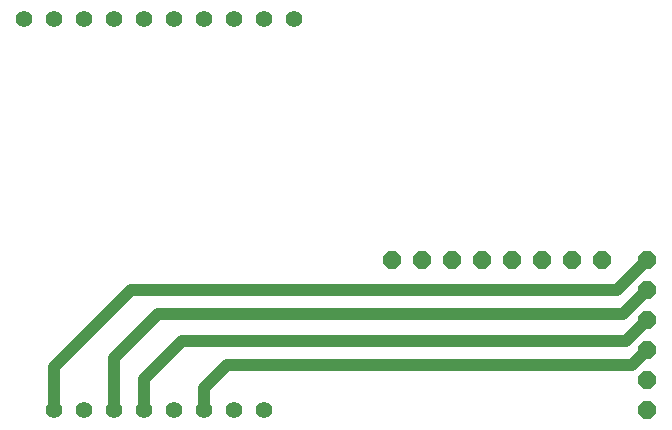
<source format=gbr>
G04 EAGLE Gerber RS-274X export*
G75*
%MOMM*%
%FSLAX34Y34*%
%LPD*%
%INBottom Copper*%
%IPPOS*%
%AMOC8*
5,1,8,0,0,1.08239X$1,22.5*%
G01*
%ADD10C,1.408000*%
%ADD11P,1.649562X8X22.500000*%
%ADD12C,1.000000*%


D10*
X95250Y25400D03*
X69850Y25400D03*
X120650Y25400D03*
X146050Y25400D03*
X171450Y25400D03*
X196850Y25400D03*
X222250Y25400D03*
X44450Y25400D03*
X247650Y356870D03*
X222250Y356870D03*
X196850Y356870D03*
X171450Y356870D03*
X146050Y356870D03*
X120650Y356870D03*
X95250Y356870D03*
X69850Y356870D03*
X44450Y356870D03*
X19050Y356870D03*
D11*
X546100Y152400D03*
X546100Y127000D03*
X546100Y101600D03*
X546100Y76200D03*
X508000Y152400D03*
X482600Y152400D03*
X457200Y152400D03*
X431800Y152400D03*
X406400Y152400D03*
X381000Y152400D03*
X355600Y152400D03*
X330200Y152400D03*
X546100Y50800D03*
X546100Y25400D03*
D12*
X109220Y127000D02*
X44450Y62230D01*
X44450Y25400D01*
X520700Y127000D02*
X546100Y152400D01*
X520700Y127000D02*
X109220Y127000D01*
X132080Y106680D02*
X95250Y69850D01*
X95250Y25400D01*
X525780Y106680D02*
X546100Y127000D01*
X525780Y106680D02*
X132080Y106680D01*
X152400Y83820D02*
X120650Y52070D01*
X120650Y25400D01*
X528320Y83820D02*
X546100Y101600D01*
X528320Y83820D02*
X152400Y83820D01*
X171450Y44450D02*
X171450Y25400D01*
X533400Y63500D02*
X546100Y76200D01*
X190500Y63500D02*
X171450Y44450D01*
X190500Y63500D02*
X533400Y63500D01*
M02*

</source>
